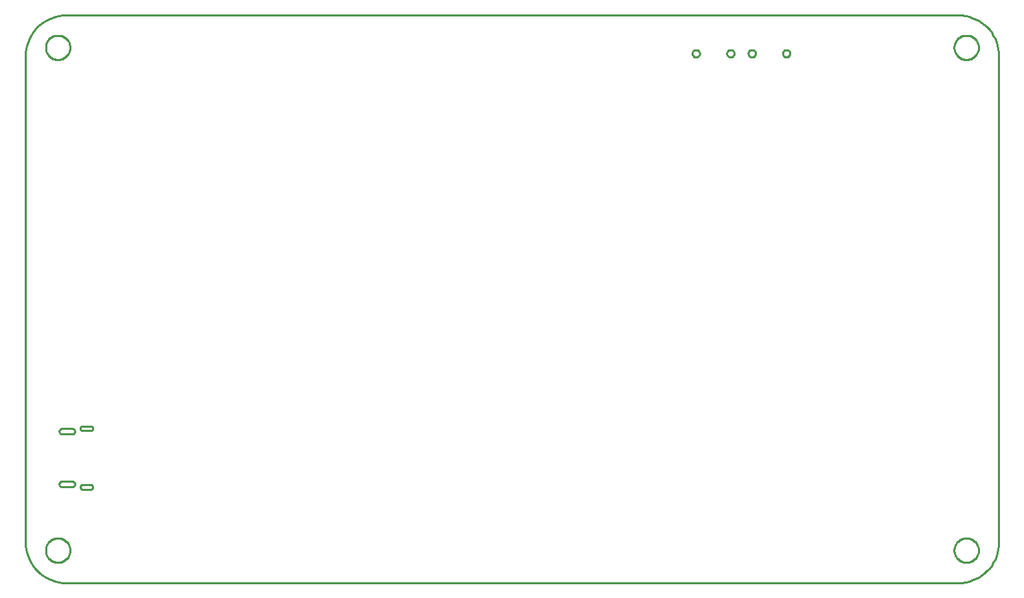
<source format=gbr>
G04 EAGLE Gerber X2 export*
%TF.Part,Single*%
%TF.FileFunction,Profile,NP*%
%TF.FilePolarity,Positive*%
%TF.GenerationSoftware,Autodesk,EAGLE,8.6.1*%
%TF.CreationDate,2020-03-17T08:17:51Z*%
G75*
%MOMM*%
%FSLAX34Y34*%
%LPD*%
%AMOC8*
5,1,8,0,0,1.08239X$1,22.5*%
G01*
%ADD10C,0.254000*%


D10*
X0Y50000D02*
X190Y45642D01*
X760Y41318D01*
X1704Y37059D01*
X3015Y32899D01*
X4685Y28869D01*
X6699Y25000D01*
X9042Y21321D01*
X11698Y17861D01*
X14645Y14645D01*
X17861Y11698D01*
X21321Y9042D01*
X25000Y6699D01*
X28869Y4685D01*
X32899Y3015D01*
X37059Y1704D01*
X41318Y760D01*
X45642Y190D01*
X50000Y0D01*
X1150000Y0D01*
X1154358Y190D01*
X1158682Y760D01*
X1162941Y1704D01*
X1167101Y3015D01*
X1171131Y4685D01*
X1175000Y6699D01*
X1178679Y9042D01*
X1182139Y11698D01*
X1185355Y14645D01*
X1188302Y17861D01*
X1190958Y21321D01*
X1193301Y25000D01*
X1195315Y28869D01*
X1196985Y32899D01*
X1198296Y37059D01*
X1199240Y41318D01*
X1199810Y45642D01*
X1200000Y50000D01*
X1200000Y650000D01*
X1199810Y654358D01*
X1199240Y658682D01*
X1198296Y662941D01*
X1196985Y667101D01*
X1195315Y671131D01*
X1193301Y675000D01*
X1190958Y678679D01*
X1188302Y682139D01*
X1185355Y685355D01*
X1182139Y688302D01*
X1178679Y690958D01*
X1175000Y693301D01*
X1171131Y695315D01*
X1167101Y696985D01*
X1162941Y698296D01*
X1158682Y699240D01*
X1154358Y699810D01*
X1150000Y700000D01*
X50000Y700000D01*
X45642Y699810D01*
X41318Y699240D01*
X37059Y698296D01*
X32899Y696985D01*
X28869Y695315D01*
X25000Y693301D01*
X21321Y690958D01*
X17861Y688302D01*
X14645Y685355D01*
X11698Y682139D01*
X9042Y678679D01*
X6699Y675000D01*
X4685Y671131D01*
X3015Y667101D01*
X1704Y662941D01*
X760Y658682D01*
X190Y654358D01*
X0Y650000D01*
X0Y50000D01*
X67500Y117950D02*
X67511Y117706D01*
X67543Y117464D01*
X67595Y117225D01*
X67669Y116992D01*
X67762Y116767D01*
X67875Y116550D01*
X68006Y116344D01*
X68155Y116150D01*
X68320Y115970D01*
X68500Y115805D01*
X68694Y115656D01*
X68900Y115525D01*
X69117Y115412D01*
X69342Y115319D01*
X69575Y115245D01*
X69814Y115193D01*
X70056Y115161D01*
X70300Y115150D01*
X80300Y115150D01*
X80544Y115161D01*
X80786Y115193D01*
X81025Y115245D01*
X81258Y115319D01*
X81483Y115412D01*
X81700Y115525D01*
X81906Y115656D01*
X82100Y115805D01*
X82280Y115970D01*
X82445Y116150D01*
X82594Y116344D01*
X82725Y116550D01*
X82838Y116767D01*
X82931Y116992D01*
X83005Y117225D01*
X83057Y117464D01*
X83089Y117706D01*
X83100Y117950D01*
X83089Y118194D01*
X83057Y118436D01*
X83005Y118675D01*
X82931Y118908D01*
X82838Y119133D01*
X82725Y119350D01*
X82594Y119556D01*
X82445Y119750D01*
X82280Y119930D01*
X82100Y120095D01*
X81906Y120244D01*
X81700Y120375D01*
X81483Y120488D01*
X81258Y120581D01*
X81025Y120655D01*
X80786Y120707D01*
X80544Y120739D01*
X80300Y120750D01*
X70300Y120750D01*
X70056Y120739D01*
X69814Y120707D01*
X69575Y120655D01*
X69342Y120581D01*
X69117Y120488D01*
X68900Y120375D01*
X68694Y120244D01*
X68500Y120095D01*
X68320Y119930D01*
X68155Y119750D01*
X68006Y119556D01*
X67875Y119350D01*
X67762Y119133D01*
X67669Y118908D01*
X67595Y118675D01*
X67543Y118436D01*
X67511Y118194D01*
X67500Y117950D01*
X41700Y121600D02*
X41714Y121286D01*
X41755Y120975D01*
X41823Y120668D01*
X41917Y120369D01*
X42037Y120079D01*
X42182Y119800D01*
X42351Y119535D01*
X42542Y119286D01*
X42754Y119054D01*
X42986Y118842D01*
X43235Y118651D01*
X43500Y118482D01*
X43779Y118337D01*
X44069Y118217D01*
X44368Y118123D01*
X44675Y118055D01*
X44986Y118014D01*
X45300Y118000D01*
X57300Y118000D01*
X57614Y118014D01*
X57925Y118055D01*
X58232Y118123D01*
X58531Y118217D01*
X58821Y118337D01*
X59100Y118482D01*
X59365Y118651D01*
X59614Y118842D01*
X59846Y119054D01*
X60058Y119286D01*
X60249Y119535D01*
X60418Y119800D01*
X60563Y120079D01*
X60683Y120369D01*
X60777Y120668D01*
X60845Y120975D01*
X60886Y121286D01*
X60900Y121600D01*
X60882Y121909D01*
X60837Y122216D01*
X60766Y122517D01*
X60669Y122811D01*
X60546Y123096D01*
X60399Y123368D01*
X60229Y123627D01*
X60037Y123870D01*
X59825Y124096D01*
X59594Y124302D01*
X59345Y124487D01*
X59082Y124649D01*
X58805Y124789D01*
X58517Y124903D01*
X58221Y124992D01*
X57917Y125055D01*
X57610Y125091D01*
X57300Y125100D01*
X45300Y125100D01*
X44990Y125091D01*
X44683Y125055D01*
X44380Y124992D01*
X44083Y124903D01*
X43795Y124789D01*
X43518Y124649D01*
X43255Y124487D01*
X43006Y124302D01*
X42775Y124096D01*
X42563Y123870D01*
X42371Y123627D01*
X42201Y123368D01*
X42054Y123096D01*
X41931Y122811D01*
X41834Y122517D01*
X41763Y122216D01*
X41718Y121909D01*
X41700Y121600D01*
X67500Y190250D02*
X67511Y190006D01*
X67543Y189764D01*
X67595Y189525D01*
X67669Y189292D01*
X67762Y189067D01*
X67875Y188850D01*
X68006Y188644D01*
X68155Y188450D01*
X68320Y188270D01*
X68500Y188105D01*
X68694Y187956D01*
X68900Y187825D01*
X69117Y187712D01*
X69342Y187619D01*
X69575Y187545D01*
X69814Y187493D01*
X70056Y187461D01*
X70300Y187450D01*
X80300Y187450D01*
X80544Y187461D01*
X80786Y187493D01*
X81025Y187545D01*
X81258Y187619D01*
X81483Y187712D01*
X81700Y187825D01*
X81906Y187956D01*
X82100Y188105D01*
X82280Y188270D01*
X82445Y188450D01*
X82594Y188644D01*
X82725Y188850D01*
X82838Y189067D01*
X82931Y189292D01*
X83005Y189525D01*
X83057Y189764D01*
X83089Y190006D01*
X83100Y190250D01*
X83089Y190494D01*
X83057Y190736D01*
X83005Y190975D01*
X82931Y191208D01*
X82838Y191433D01*
X82725Y191650D01*
X82594Y191856D01*
X82445Y192050D01*
X82280Y192230D01*
X82100Y192395D01*
X81906Y192544D01*
X81700Y192675D01*
X81483Y192788D01*
X81258Y192881D01*
X81025Y192955D01*
X80786Y193007D01*
X80544Y193039D01*
X80300Y193050D01*
X70300Y193050D01*
X70056Y193039D01*
X69814Y193007D01*
X69575Y192955D01*
X69342Y192881D01*
X69117Y192788D01*
X68900Y192675D01*
X68694Y192544D01*
X68500Y192395D01*
X68320Y192230D01*
X68155Y192050D01*
X68006Y191856D01*
X67875Y191650D01*
X67762Y191433D01*
X67669Y191208D01*
X67595Y190975D01*
X67543Y190736D01*
X67511Y190494D01*
X67500Y190250D01*
X41700Y186600D02*
X41718Y186291D01*
X41763Y185984D01*
X41834Y185683D01*
X41931Y185389D01*
X42054Y185104D01*
X42201Y184832D01*
X42371Y184573D01*
X42563Y184330D01*
X42775Y184104D01*
X43006Y183898D01*
X43255Y183713D01*
X43518Y183551D01*
X43795Y183411D01*
X44083Y183297D01*
X44380Y183208D01*
X44683Y183145D01*
X44990Y183109D01*
X45300Y183100D01*
X57300Y183100D01*
X57610Y183109D01*
X57917Y183145D01*
X58221Y183208D01*
X58517Y183297D01*
X58805Y183411D01*
X59082Y183551D01*
X59345Y183713D01*
X59594Y183898D01*
X59825Y184104D01*
X60037Y184330D01*
X60229Y184573D01*
X60399Y184832D01*
X60546Y185104D01*
X60669Y185389D01*
X60766Y185683D01*
X60837Y185984D01*
X60882Y186291D01*
X60900Y186600D01*
X60886Y186914D01*
X60845Y187225D01*
X60777Y187532D01*
X60683Y187831D01*
X60563Y188121D01*
X60418Y188400D01*
X60249Y188665D01*
X60058Y188914D01*
X59846Y189146D01*
X59614Y189358D01*
X59365Y189549D01*
X59100Y189718D01*
X58821Y189863D01*
X58531Y189983D01*
X58232Y190077D01*
X57925Y190145D01*
X57614Y190186D01*
X57300Y190200D01*
X45300Y190200D01*
X44986Y190186D01*
X44675Y190145D01*
X44368Y190077D01*
X44069Y189983D01*
X43779Y189863D01*
X43500Y189718D01*
X43235Y189549D01*
X42986Y189358D01*
X42754Y189146D01*
X42542Y188914D01*
X42351Y188665D01*
X42182Y188400D01*
X42037Y188121D01*
X41917Y187831D01*
X41823Y187532D01*
X41755Y187225D01*
X41714Y186914D01*
X41700Y186600D01*
X55000Y39464D02*
X54924Y38396D01*
X54771Y37335D01*
X54543Y36288D01*
X54241Y35260D01*
X53867Y34256D01*
X53422Y33281D01*
X52908Y32341D01*
X52329Y31440D01*
X51687Y30582D01*
X50985Y29772D01*
X50228Y29015D01*
X49418Y28313D01*
X48560Y27671D01*
X47659Y27092D01*
X46719Y26578D01*
X45744Y26133D01*
X44740Y25759D01*
X43712Y25457D01*
X42665Y25229D01*
X41604Y25076D01*
X40536Y25000D01*
X39464Y25000D01*
X38396Y25076D01*
X37335Y25229D01*
X36288Y25457D01*
X35260Y25759D01*
X34256Y26133D01*
X33281Y26578D01*
X32341Y27092D01*
X31440Y27671D01*
X30582Y28313D01*
X29772Y29015D01*
X29015Y29772D01*
X28313Y30582D01*
X27671Y31440D01*
X27092Y32341D01*
X26578Y33281D01*
X26133Y34256D01*
X25759Y35260D01*
X25457Y36288D01*
X25229Y37335D01*
X25076Y38396D01*
X25000Y39464D01*
X25000Y40536D01*
X25076Y41604D01*
X25229Y42665D01*
X25457Y43712D01*
X25759Y44740D01*
X26133Y45744D01*
X26578Y46719D01*
X27092Y47659D01*
X27671Y48560D01*
X28313Y49418D01*
X29015Y50228D01*
X29772Y50985D01*
X30582Y51687D01*
X31440Y52329D01*
X32341Y52908D01*
X33281Y53422D01*
X34256Y53867D01*
X35260Y54241D01*
X36288Y54543D01*
X37335Y54771D01*
X38396Y54924D01*
X39464Y55000D01*
X40536Y55000D01*
X41604Y54924D01*
X42665Y54771D01*
X43712Y54543D01*
X44740Y54241D01*
X45744Y53867D01*
X46719Y53422D01*
X47659Y52908D01*
X48560Y52329D01*
X49418Y51687D01*
X50228Y50985D01*
X50985Y50228D01*
X51687Y49418D01*
X52329Y48560D01*
X52908Y47659D01*
X53422Y46719D01*
X53867Y45744D01*
X54241Y44740D01*
X54543Y43712D01*
X54771Y42665D01*
X54924Y41604D01*
X55000Y40536D01*
X55000Y39464D01*
X55000Y659464D02*
X54924Y658396D01*
X54771Y657335D01*
X54543Y656288D01*
X54241Y655260D01*
X53867Y654256D01*
X53422Y653281D01*
X52908Y652341D01*
X52329Y651440D01*
X51687Y650582D01*
X50985Y649772D01*
X50228Y649015D01*
X49418Y648313D01*
X48560Y647671D01*
X47659Y647092D01*
X46719Y646578D01*
X45744Y646133D01*
X44740Y645759D01*
X43712Y645457D01*
X42665Y645229D01*
X41604Y645076D01*
X40536Y645000D01*
X39464Y645000D01*
X38396Y645076D01*
X37335Y645229D01*
X36288Y645457D01*
X35260Y645759D01*
X34256Y646133D01*
X33281Y646578D01*
X32341Y647092D01*
X31440Y647671D01*
X30582Y648313D01*
X29772Y649015D01*
X29015Y649772D01*
X28313Y650582D01*
X27671Y651440D01*
X27092Y652341D01*
X26578Y653281D01*
X26133Y654256D01*
X25759Y655260D01*
X25457Y656288D01*
X25229Y657335D01*
X25076Y658396D01*
X25000Y659464D01*
X25000Y660536D01*
X25076Y661604D01*
X25229Y662665D01*
X25457Y663712D01*
X25759Y664740D01*
X26133Y665744D01*
X26578Y666719D01*
X27092Y667659D01*
X27671Y668560D01*
X28313Y669418D01*
X29015Y670228D01*
X29772Y670985D01*
X30582Y671687D01*
X31440Y672329D01*
X32341Y672908D01*
X33281Y673422D01*
X34256Y673867D01*
X35260Y674241D01*
X36288Y674543D01*
X37335Y674771D01*
X38396Y674924D01*
X39464Y675000D01*
X40536Y675000D01*
X41604Y674924D01*
X42665Y674771D01*
X43712Y674543D01*
X44740Y674241D01*
X45744Y673867D01*
X46719Y673422D01*
X47659Y672908D01*
X48560Y672329D01*
X49418Y671687D01*
X50228Y670985D01*
X50985Y670228D01*
X51687Y669418D01*
X52329Y668560D01*
X52908Y667659D01*
X53422Y666719D01*
X53867Y665744D01*
X54241Y664740D01*
X54543Y663712D01*
X54771Y662665D01*
X54924Y661604D01*
X55000Y660536D01*
X55000Y659464D01*
X1175000Y659464D02*
X1174924Y658396D01*
X1174771Y657335D01*
X1174543Y656288D01*
X1174241Y655260D01*
X1173867Y654256D01*
X1173422Y653281D01*
X1172908Y652341D01*
X1172329Y651440D01*
X1171687Y650582D01*
X1170985Y649772D01*
X1170228Y649015D01*
X1169418Y648313D01*
X1168560Y647671D01*
X1167659Y647092D01*
X1166719Y646578D01*
X1165744Y646133D01*
X1164740Y645759D01*
X1163712Y645457D01*
X1162665Y645229D01*
X1161604Y645076D01*
X1160536Y645000D01*
X1159464Y645000D01*
X1158396Y645076D01*
X1157335Y645229D01*
X1156288Y645457D01*
X1155260Y645759D01*
X1154256Y646133D01*
X1153281Y646578D01*
X1152341Y647092D01*
X1151440Y647671D01*
X1150582Y648313D01*
X1149772Y649015D01*
X1149015Y649772D01*
X1148313Y650582D01*
X1147671Y651440D01*
X1147092Y652341D01*
X1146578Y653281D01*
X1146133Y654256D01*
X1145759Y655260D01*
X1145457Y656288D01*
X1145229Y657335D01*
X1145076Y658396D01*
X1145000Y659464D01*
X1145000Y660536D01*
X1145076Y661604D01*
X1145229Y662665D01*
X1145457Y663712D01*
X1145759Y664740D01*
X1146133Y665744D01*
X1146578Y666719D01*
X1147092Y667659D01*
X1147671Y668560D01*
X1148313Y669418D01*
X1149015Y670228D01*
X1149772Y670985D01*
X1150582Y671687D01*
X1151440Y672329D01*
X1152341Y672908D01*
X1153281Y673422D01*
X1154256Y673867D01*
X1155260Y674241D01*
X1156288Y674543D01*
X1157335Y674771D01*
X1158396Y674924D01*
X1159464Y675000D01*
X1160536Y675000D01*
X1161604Y674924D01*
X1162665Y674771D01*
X1163712Y674543D01*
X1164740Y674241D01*
X1165744Y673867D01*
X1166719Y673422D01*
X1167659Y672908D01*
X1168560Y672329D01*
X1169418Y671687D01*
X1170228Y670985D01*
X1170985Y670228D01*
X1171687Y669418D01*
X1172329Y668560D01*
X1172908Y667659D01*
X1173422Y666719D01*
X1173867Y665744D01*
X1174241Y664740D01*
X1174543Y663712D01*
X1174771Y662665D01*
X1174924Y661604D01*
X1175000Y660536D01*
X1175000Y659464D01*
X1175000Y39464D02*
X1174924Y38396D01*
X1174771Y37335D01*
X1174543Y36288D01*
X1174241Y35260D01*
X1173867Y34256D01*
X1173422Y33281D01*
X1172908Y32341D01*
X1172329Y31440D01*
X1171687Y30582D01*
X1170985Y29772D01*
X1170228Y29015D01*
X1169418Y28313D01*
X1168560Y27671D01*
X1167659Y27092D01*
X1166719Y26578D01*
X1165744Y26133D01*
X1164740Y25759D01*
X1163712Y25457D01*
X1162665Y25229D01*
X1161604Y25076D01*
X1160536Y25000D01*
X1159464Y25000D01*
X1158396Y25076D01*
X1157335Y25229D01*
X1156288Y25457D01*
X1155260Y25759D01*
X1154256Y26133D01*
X1153281Y26578D01*
X1152341Y27092D01*
X1151440Y27671D01*
X1150582Y28313D01*
X1149772Y29015D01*
X1149015Y29772D01*
X1148313Y30582D01*
X1147671Y31440D01*
X1147092Y32341D01*
X1146578Y33281D01*
X1146133Y34256D01*
X1145759Y35260D01*
X1145457Y36288D01*
X1145229Y37335D01*
X1145076Y38396D01*
X1145000Y39464D01*
X1145000Y40536D01*
X1145076Y41604D01*
X1145229Y42665D01*
X1145457Y43712D01*
X1145759Y44740D01*
X1146133Y45744D01*
X1146578Y46719D01*
X1147092Y47659D01*
X1147671Y48560D01*
X1148313Y49418D01*
X1149015Y50228D01*
X1149772Y50985D01*
X1150582Y51687D01*
X1151440Y52329D01*
X1152341Y52908D01*
X1153281Y53422D01*
X1154256Y53867D01*
X1155260Y54241D01*
X1156288Y54543D01*
X1157335Y54771D01*
X1158396Y54924D01*
X1159464Y55000D01*
X1160536Y55000D01*
X1161604Y54924D01*
X1162665Y54771D01*
X1163712Y54543D01*
X1164740Y54241D01*
X1165744Y53867D01*
X1166719Y53422D01*
X1167659Y52908D01*
X1168560Y52329D01*
X1169418Y51687D01*
X1170228Y50985D01*
X1170985Y50228D01*
X1171687Y49418D01*
X1172329Y48560D01*
X1172908Y47659D01*
X1173422Y46719D01*
X1173867Y45744D01*
X1174241Y44740D01*
X1174543Y43712D01*
X1174771Y42665D01*
X1174924Y41604D01*
X1175000Y40536D01*
X1175000Y39464D01*
X55000Y39464D02*
X54924Y38396D01*
X54771Y37335D01*
X54543Y36288D01*
X54241Y35260D01*
X53867Y34256D01*
X53422Y33281D01*
X52908Y32341D01*
X52329Y31440D01*
X51687Y30582D01*
X50985Y29772D01*
X50228Y29015D01*
X49418Y28313D01*
X48560Y27671D01*
X47659Y27092D01*
X46719Y26578D01*
X45744Y26133D01*
X44740Y25759D01*
X43712Y25457D01*
X42665Y25229D01*
X41604Y25076D01*
X40536Y25000D01*
X39464Y25000D01*
X38396Y25076D01*
X37335Y25229D01*
X36288Y25457D01*
X35260Y25759D01*
X34256Y26133D01*
X33281Y26578D01*
X32341Y27092D01*
X31440Y27671D01*
X30582Y28313D01*
X29772Y29015D01*
X29015Y29772D01*
X28313Y30582D01*
X27671Y31440D01*
X27092Y32341D01*
X26578Y33281D01*
X26133Y34256D01*
X25759Y35260D01*
X25457Y36288D01*
X25229Y37335D01*
X25076Y38396D01*
X25000Y39464D01*
X25000Y40536D01*
X25076Y41604D01*
X25229Y42665D01*
X25457Y43712D01*
X25759Y44740D01*
X26133Y45744D01*
X26578Y46719D01*
X27092Y47659D01*
X27671Y48560D01*
X28313Y49418D01*
X29015Y50228D01*
X29772Y50985D01*
X30582Y51687D01*
X31440Y52329D01*
X32341Y52908D01*
X33281Y53422D01*
X34256Y53867D01*
X35260Y54241D01*
X36288Y54543D01*
X37335Y54771D01*
X38396Y54924D01*
X39464Y55000D01*
X40536Y55000D01*
X41604Y54924D01*
X42665Y54771D01*
X43712Y54543D01*
X44740Y54241D01*
X45744Y53867D01*
X46719Y53422D01*
X47659Y52908D01*
X48560Y52329D01*
X49418Y51687D01*
X50228Y50985D01*
X50985Y50228D01*
X51687Y49418D01*
X52329Y48560D01*
X52908Y47659D01*
X53422Y46719D01*
X53867Y45744D01*
X54241Y44740D01*
X54543Y43712D01*
X54771Y42665D01*
X54924Y41604D01*
X55000Y40536D01*
X55000Y39464D01*
X55000Y659464D02*
X54924Y658396D01*
X54771Y657335D01*
X54543Y656288D01*
X54241Y655260D01*
X53867Y654256D01*
X53422Y653281D01*
X52908Y652341D01*
X52329Y651440D01*
X51687Y650582D01*
X50985Y649772D01*
X50228Y649015D01*
X49418Y648313D01*
X48560Y647671D01*
X47659Y647092D01*
X46719Y646578D01*
X45744Y646133D01*
X44740Y645759D01*
X43712Y645457D01*
X42665Y645229D01*
X41604Y645076D01*
X40536Y645000D01*
X39464Y645000D01*
X38396Y645076D01*
X37335Y645229D01*
X36288Y645457D01*
X35260Y645759D01*
X34256Y646133D01*
X33281Y646578D01*
X32341Y647092D01*
X31440Y647671D01*
X30582Y648313D01*
X29772Y649015D01*
X29015Y649772D01*
X28313Y650582D01*
X27671Y651440D01*
X27092Y652341D01*
X26578Y653281D01*
X26133Y654256D01*
X25759Y655260D01*
X25457Y656288D01*
X25229Y657335D01*
X25076Y658396D01*
X25000Y659464D01*
X25000Y660536D01*
X25076Y661604D01*
X25229Y662665D01*
X25457Y663712D01*
X25759Y664740D01*
X26133Y665744D01*
X26578Y666719D01*
X27092Y667659D01*
X27671Y668560D01*
X28313Y669418D01*
X29015Y670228D01*
X29772Y670985D01*
X30582Y671687D01*
X31440Y672329D01*
X32341Y672908D01*
X33281Y673422D01*
X34256Y673867D01*
X35260Y674241D01*
X36288Y674543D01*
X37335Y674771D01*
X38396Y674924D01*
X39464Y675000D01*
X40536Y675000D01*
X41604Y674924D01*
X42665Y674771D01*
X43712Y674543D01*
X44740Y674241D01*
X45744Y673867D01*
X46719Y673422D01*
X47659Y672908D01*
X48560Y672329D01*
X49418Y671687D01*
X50228Y670985D01*
X50985Y670228D01*
X51687Y669418D01*
X52329Y668560D01*
X52908Y667659D01*
X53422Y666719D01*
X53867Y665744D01*
X54241Y664740D01*
X54543Y663712D01*
X54771Y662665D01*
X54924Y661604D01*
X55000Y660536D01*
X55000Y659464D01*
X1175000Y659464D02*
X1174924Y658396D01*
X1174771Y657335D01*
X1174543Y656288D01*
X1174241Y655260D01*
X1173867Y654256D01*
X1173422Y653281D01*
X1172908Y652341D01*
X1172329Y651440D01*
X1171687Y650582D01*
X1170985Y649772D01*
X1170228Y649015D01*
X1169418Y648313D01*
X1168560Y647671D01*
X1167659Y647092D01*
X1166719Y646578D01*
X1165744Y646133D01*
X1164740Y645759D01*
X1163712Y645457D01*
X1162665Y645229D01*
X1161604Y645076D01*
X1160536Y645000D01*
X1159464Y645000D01*
X1158396Y645076D01*
X1157335Y645229D01*
X1156288Y645457D01*
X1155260Y645759D01*
X1154256Y646133D01*
X1153281Y646578D01*
X1152341Y647092D01*
X1151440Y647671D01*
X1150582Y648313D01*
X1149772Y649015D01*
X1149015Y649772D01*
X1148313Y650582D01*
X1147671Y651440D01*
X1147092Y652341D01*
X1146578Y653281D01*
X1146133Y654256D01*
X1145759Y655260D01*
X1145457Y656288D01*
X1145229Y657335D01*
X1145076Y658396D01*
X1145000Y659464D01*
X1145000Y660536D01*
X1145076Y661604D01*
X1145229Y662665D01*
X1145457Y663712D01*
X1145759Y664740D01*
X1146133Y665744D01*
X1146578Y666719D01*
X1147092Y667659D01*
X1147671Y668560D01*
X1148313Y669418D01*
X1149015Y670228D01*
X1149772Y670985D01*
X1150582Y671687D01*
X1151440Y672329D01*
X1152341Y672908D01*
X1153281Y673422D01*
X1154256Y673867D01*
X1155260Y674241D01*
X1156288Y674543D01*
X1157335Y674771D01*
X1158396Y674924D01*
X1159464Y675000D01*
X1160536Y675000D01*
X1161604Y674924D01*
X1162665Y674771D01*
X1163712Y674543D01*
X1164740Y674241D01*
X1165744Y673867D01*
X1166719Y673422D01*
X1167659Y672908D01*
X1168560Y672329D01*
X1169418Y671687D01*
X1170228Y670985D01*
X1170985Y670228D01*
X1171687Y669418D01*
X1172329Y668560D01*
X1172908Y667659D01*
X1173422Y666719D01*
X1173867Y665744D01*
X1174241Y664740D01*
X1174543Y663712D01*
X1174771Y662665D01*
X1174924Y661604D01*
X1175000Y660536D01*
X1175000Y659464D01*
X1175000Y39464D02*
X1174924Y38396D01*
X1174771Y37335D01*
X1174543Y36288D01*
X1174241Y35260D01*
X1173867Y34256D01*
X1173422Y33281D01*
X1172908Y32341D01*
X1172329Y31440D01*
X1171687Y30582D01*
X1170985Y29772D01*
X1170228Y29015D01*
X1169418Y28313D01*
X1168560Y27671D01*
X1167659Y27092D01*
X1166719Y26578D01*
X1165744Y26133D01*
X1164740Y25759D01*
X1163712Y25457D01*
X1162665Y25229D01*
X1161604Y25076D01*
X1160536Y25000D01*
X1159464Y25000D01*
X1158396Y25076D01*
X1157335Y25229D01*
X1156288Y25457D01*
X1155260Y25759D01*
X1154256Y26133D01*
X1153281Y26578D01*
X1152341Y27092D01*
X1151440Y27671D01*
X1150582Y28313D01*
X1149772Y29015D01*
X1149015Y29772D01*
X1148313Y30582D01*
X1147671Y31440D01*
X1147092Y32341D01*
X1146578Y33281D01*
X1146133Y34256D01*
X1145759Y35260D01*
X1145457Y36288D01*
X1145229Y37335D01*
X1145076Y38396D01*
X1145000Y39464D01*
X1145000Y40536D01*
X1145076Y41604D01*
X1145229Y42665D01*
X1145457Y43712D01*
X1145759Y44740D01*
X1146133Y45744D01*
X1146578Y46719D01*
X1147092Y47659D01*
X1147671Y48560D01*
X1148313Y49418D01*
X1149015Y50228D01*
X1149772Y50985D01*
X1150582Y51687D01*
X1151440Y52329D01*
X1152341Y52908D01*
X1153281Y53422D01*
X1154256Y53867D01*
X1155260Y54241D01*
X1156288Y54543D01*
X1157335Y54771D01*
X1158396Y54924D01*
X1159464Y55000D01*
X1160536Y55000D01*
X1161604Y54924D01*
X1162665Y54771D01*
X1163712Y54543D01*
X1164740Y54241D01*
X1165744Y53867D01*
X1166719Y53422D01*
X1167659Y52908D01*
X1168560Y52329D01*
X1169418Y51687D01*
X1170228Y50985D01*
X1170985Y50228D01*
X1171687Y49418D01*
X1172329Y48560D01*
X1172908Y47659D01*
X1173422Y46719D01*
X1173867Y45744D01*
X1174241Y44740D01*
X1174543Y43712D01*
X1174771Y42665D01*
X1174924Y41604D01*
X1175000Y40536D01*
X1175000Y39464D01*
X891050Y652995D02*
X891127Y653580D01*
X891280Y654150D01*
X891505Y654695D01*
X891800Y655205D01*
X892159Y655673D01*
X892577Y656091D01*
X893045Y656450D01*
X893555Y656745D01*
X894100Y656970D01*
X894670Y657123D01*
X895255Y657200D01*
X895845Y657200D01*
X896430Y657123D01*
X897000Y656970D01*
X897545Y656745D01*
X898055Y656450D01*
X898523Y656091D01*
X898941Y655673D01*
X899300Y655205D01*
X899595Y654695D01*
X899820Y654150D01*
X899973Y653580D01*
X900050Y652995D01*
X900050Y652405D01*
X899973Y651820D01*
X899820Y651250D01*
X899595Y650705D01*
X899300Y650195D01*
X898941Y649727D01*
X898523Y649309D01*
X898055Y648950D01*
X897545Y648655D01*
X897000Y648430D01*
X896430Y648277D01*
X895845Y648200D01*
X895255Y648200D01*
X894670Y648277D01*
X894100Y648430D01*
X893555Y648655D01*
X893045Y648950D01*
X892577Y649309D01*
X892159Y649727D01*
X891800Y650195D01*
X891505Y650705D01*
X891280Y651250D01*
X891127Y651820D01*
X891050Y652405D01*
X891050Y652995D01*
X933550Y652995D02*
X933627Y653580D01*
X933780Y654150D01*
X934005Y654695D01*
X934300Y655205D01*
X934659Y655673D01*
X935077Y656091D01*
X935545Y656450D01*
X936055Y656745D01*
X936600Y656970D01*
X937170Y657123D01*
X937755Y657200D01*
X938345Y657200D01*
X938930Y657123D01*
X939500Y656970D01*
X940045Y656745D01*
X940555Y656450D01*
X941023Y656091D01*
X941441Y655673D01*
X941800Y655205D01*
X942095Y654695D01*
X942320Y654150D01*
X942473Y653580D01*
X942550Y652995D01*
X942550Y652405D01*
X942473Y651820D01*
X942320Y651250D01*
X942095Y650705D01*
X941800Y650195D01*
X941441Y649727D01*
X941023Y649309D01*
X940555Y648950D01*
X940045Y648655D01*
X939500Y648430D01*
X938930Y648277D01*
X938345Y648200D01*
X937755Y648200D01*
X937170Y648277D01*
X936600Y648430D01*
X936055Y648655D01*
X935545Y648950D01*
X935077Y649309D01*
X934659Y649727D01*
X934300Y650195D01*
X934005Y650705D01*
X933780Y651250D01*
X933627Y651820D01*
X933550Y652405D01*
X933550Y652995D01*
X822150Y652995D02*
X822227Y653580D01*
X822380Y654150D01*
X822605Y654695D01*
X822900Y655205D01*
X823259Y655673D01*
X823677Y656091D01*
X824145Y656450D01*
X824655Y656745D01*
X825200Y656970D01*
X825770Y657123D01*
X826355Y657200D01*
X826945Y657200D01*
X827530Y657123D01*
X828100Y656970D01*
X828645Y656745D01*
X829155Y656450D01*
X829623Y656091D01*
X830041Y655673D01*
X830400Y655205D01*
X830695Y654695D01*
X830920Y654150D01*
X831073Y653580D01*
X831150Y652995D01*
X831150Y652405D01*
X831073Y651820D01*
X830920Y651250D01*
X830695Y650705D01*
X830400Y650195D01*
X830041Y649727D01*
X829623Y649309D01*
X829155Y648950D01*
X828645Y648655D01*
X828100Y648430D01*
X827530Y648277D01*
X826945Y648200D01*
X826355Y648200D01*
X825770Y648277D01*
X825200Y648430D01*
X824655Y648655D01*
X824145Y648950D01*
X823677Y649309D01*
X823259Y649727D01*
X822900Y650195D01*
X822605Y650705D01*
X822380Y651250D01*
X822227Y651820D01*
X822150Y652405D01*
X822150Y652995D01*
X864650Y652995D02*
X864727Y653580D01*
X864880Y654150D01*
X865105Y654695D01*
X865400Y655205D01*
X865759Y655673D01*
X866177Y656091D01*
X866645Y656450D01*
X867155Y656745D01*
X867700Y656970D01*
X868270Y657123D01*
X868855Y657200D01*
X869445Y657200D01*
X870030Y657123D01*
X870600Y656970D01*
X871145Y656745D01*
X871655Y656450D01*
X872123Y656091D01*
X872541Y655673D01*
X872900Y655205D01*
X873195Y654695D01*
X873420Y654150D01*
X873573Y653580D01*
X873650Y652995D01*
X873650Y652405D01*
X873573Y651820D01*
X873420Y651250D01*
X873195Y650705D01*
X872900Y650195D01*
X872541Y649727D01*
X872123Y649309D01*
X871655Y648950D01*
X871145Y648655D01*
X870600Y648430D01*
X870030Y648277D01*
X869445Y648200D01*
X868855Y648200D01*
X868270Y648277D01*
X867700Y648430D01*
X867155Y648655D01*
X866645Y648950D01*
X866177Y649309D01*
X865759Y649727D01*
X865400Y650195D01*
X865105Y650705D01*
X864880Y651250D01*
X864727Y651820D01*
X864650Y652405D01*
X864650Y652995D01*
M02*

</source>
